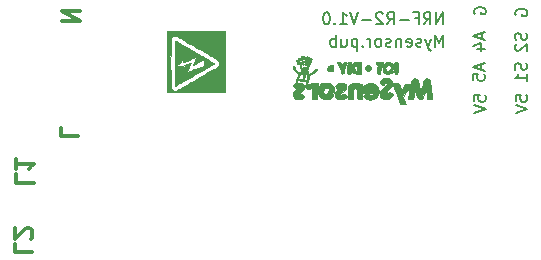
<source format=gbr>
G04 #@! TF.GenerationSoftware,KiCad,Pcbnew,(5.0.2)-1*
G04 #@! TF.CreationDate,2019-05-25T20:09:21+08:00*
G04 #@! TF.ProjectId,2RELAY,3252454c-4159-42e6-9b69-6361645f7063,rev?*
G04 #@! TF.SameCoordinates,Original*
G04 #@! TF.FileFunction,Legend,Bot*
G04 #@! TF.FilePolarity,Positive*
%FSLAX46Y46*%
G04 Gerber Fmt 4.6, Leading zero omitted, Abs format (unit mm)*
G04 Created by KiCad (PCBNEW (5.0.2)-1) date 2019-05-25 20:09:21*
%MOMM*%
%LPD*%
G01*
G04 APERTURE LIST*
%ADD10C,0.200000*%
%ADD11C,0.300000*%
%ADD12C,0.010000*%
G04 APERTURE END LIST*
D10*
X171481500Y-108620583D02*
X171481500Y-108144393D01*
X171957691Y-108096774D01*
X171910072Y-108144393D01*
X171862453Y-108239631D01*
X171862453Y-108477726D01*
X171910072Y-108572964D01*
X171957691Y-108620583D01*
X172052929Y-108668202D01*
X172291024Y-108668202D01*
X172386262Y-108620583D01*
X172433881Y-108572964D01*
X172481500Y-108477726D01*
X172481500Y-108239631D01*
X172433881Y-108144393D01*
X172386262Y-108096774D01*
X171481500Y-108953917D02*
X172481500Y-109287250D01*
X171481500Y-109620583D01*
X172104346Y-105460254D02*
X172104346Y-105936444D01*
X172390060Y-105365016D02*
X171390060Y-105698349D01*
X172390060Y-106031682D01*
X171390060Y-106841206D02*
X171390060Y-106365016D01*
X171866251Y-106317397D01*
X171818632Y-106365016D01*
X171771013Y-106460254D01*
X171771013Y-106698349D01*
X171818632Y-106793587D01*
X171866251Y-106841206D01*
X171961489Y-106888825D01*
X172199584Y-106888825D01*
X172294822Y-106841206D01*
X172342441Y-106793587D01*
X172390060Y-106698349D01*
X172390060Y-106460254D01*
X172342441Y-106365016D01*
X172294822Y-106317397D01*
X172139906Y-102879614D02*
X172139906Y-103355804D01*
X172425620Y-102784376D02*
X171425620Y-103117709D01*
X172425620Y-103451042D01*
X171758954Y-104212947D02*
X172425620Y-104212947D01*
X171378001Y-103974852D02*
X172092287Y-103736757D01*
X172092287Y-104355804D01*
X171534200Y-101237064D02*
X171486580Y-101141826D01*
X171486580Y-100998969D01*
X171534200Y-100856112D01*
X171629438Y-100760874D01*
X171724676Y-100713255D01*
X171915152Y-100665636D01*
X172058009Y-100665636D01*
X172248485Y-100713255D01*
X172343723Y-100760874D01*
X172438961Y-100856112D01*
X172486580Y-100998969D01*
X172486580Y-101094207D01*
X172438961Y-101237064D01*
X172391342Y-101284683D01*
X172058009Y-101284683D01*
X172058009Y-101094207D01*
X175039400Y-101366604D02*
X174991780Y-101271366D01*
X174991780Y-101128509D01*
X175039400Y-100985652D01*
X175134638Y-100890414D01*
X175229876Y-100842795D01*
X175420352Y-100795176D01*
X175563209Y-100795176D01*
X175753685Y-100842795D01*
X175848923Y-100890414D01*
X175944161Y-100985652D01*
X175991780Y-101128509D01*
X175991780Y-101223747D01*
X175944161Y-101366604D01*
X175896542Y-101414223D01*
X175563209Y-101414223D01*
X175563209Y-101223747D01*
X175908601Y-102854855D02*
X175956220Y-102997712D01*
X175956220Y-103235807D01*
X175908601Y-103331045D01*
X175860982Y-103378664D01*
X175765744Y-103426283D01*
X175670506Y-103426283D01*
X175575268Y-103378664D01*
X175527649Y-103331045D01*
X175480030Y-103235807D01*
X175432411Y-103045331D01*
X175384792Y-102950093D01*
X175337173Y-102902474D01*
X175241935Y-102854855D01*
X175146697Y-102854855D01*
X175051459Y-102902474D01*
X175003840Y-102950093D01*
X174956220Y-103045331D01*
X174956220Y-103283426D01*
X175003840Y-103426283D01*
X175051459Y-103807236D02*
X175003840Y-103854855D01*
X174956220Y-103950093D01*
X174956220Y-104188188D01*
X175003840Y-104283426D01*
X175051459Y-104331045D01*
X175146697Y-104378664D01*
X175241935Y-104378664D01*
X175384792Y-104331045D01*
X175956220Y-103759617D01*
X175956220Y-104378664D01*
X175004480Y-108610423D02*
X175004480Y-108134233D01*
X175480671Y-108086614D01*
X175433052Y-108134233D01*
X175385433Y-108229471D01*
X175385433Y-108467566D01*
X175433052Y-108562804D01*
X175480671Y-108610423D01*
X175575909Y-108658042D01*
X175814004Y-108658042D01*
X175909242Y-108610423D01*
X175956861Y-108562804D01*
X176004480Y-108467566D01*
X176004480Y-108229471D01*
X175956861Y-108134233D01*
X175909242Y-108086614D01*
X175004480Y-108943757D02*
X176004480Y-109277090D01*
X175004480Y-109610423D01*
X175900981Y-105407555D02*
X175948600Y-105550412D01*
X175948600Y-105788507D01*
X175900981Y-105883745D01*
X175853362Y-105931364D01*
X175758124Y-105978983D01*
X175662886Y-105978983D01*
X175567648Y-105931364D01*
X175520029Y-105883745D01*
X175472410Y-105788507D01*
X175424791Y-105598031D01*
X175377172Y-105502793D01*
X175329553Y-105455174D01*
X175234315Y-105407555D01*
X175139077Y-105407555D01*
X175043839Y-105455174D01*
X174996220Y-105502793D01*
X174948600Y-105598031D01*
X174948600Y-105836126D01*
X174996220Y-105978983D01*
X175948600Y-106931364D02*
X175948600Y-106359936D01*
X175948600Y-106645650D02*
X174948600Y-106645650D01*
X175091458Y-106550412D01*
X175186696Y-106455174D01*
X175234315Y-106359936D01*
D11*
X132597768Y-120684100D02*
X132597768Y-121398385D01*
X134097768Y-121398385D01*
X133954911Y-120255528D02*
X134026340Y-120184100D01*
X134097768Y-120041242D01*
X134097768Y-119684100D01*
X134026340Y-119541242D01*
X133954911Y-119469814D01*
X133812054Y-119398385D01*
X133669197Y-119398385D01*
X133454911Y-119469814D01*
X132597768Y-120326957D01*
X132597768Y-119398385D01*
D10*
X168847139Y-102108260D02*
X168847139Y-101108260D01*
X168275710Y-102108260D01*
X168275710Y-101108260D01*
X167228091Y-102108260D02*
X167561424Y-101632070D01*
X167799520Y-102108260D02*
X167799520Y-101108260D01*
X167418567Y-101108260D01*
X167323329Y-101155880D01*
X167275710Y-101203499D01*
X167228091Y-101298737D01*
X167228091Y-101441594D01*
X167275710Y-101536832D01*
X167323329Y-101584451D01*
X167418567Y-101632070D01*
X167799520Y-101632070D01*
X166466186Y-101584451D02*
X166799520Y-101584451D01*
X166799520Y-102108260D02*
X166799520Y-101108260D01*
X166323329Y-101108260D01*
X165942377Y-101727308D02*
X165180472Y-101727308D01*
X164132853Y-102108260D02*
X164466186Y-101632070D01*
X164704281Y-102108260D02*
X164704281Y-101108260D01*
X164323329Y-101108260D01*
X164228091Y-101155880D01*
X164180472Y-101203499D01*
X164132853Y-101298737D01*
X164132853Y-101441594D01*
X164180472Y-101536832D01*
X164228091Y-101584451D01*
X164323329Y-101632070D01*
X164704281Y-101632070D01*
X163751900Y-101203499D02*
X163704281Y-101155880D01*
X163609043Y-101108260D01*
X163370948Y-101108260D01*
X163275710Y-101155880D01*
X163228091Y-101203499D01*
X163180472Y-101298737D01*
X163180472Y-101393975D01*
X163228091Y-101536832D01*
X163799520Y-102108260D01*
X163180472Y-102108260D01*
X162751900Y-101727308D02*
X161989996Y-101727308D01*
X161656662Y-101108260D02*
X161323329Y-102108260D01*
X160989996Y-101108260D01*
X160132853Y-102108260D02*
X160704281Y-102108260D01*
X160418567Y-102108260D02*
X160418567Y-101108260D01*
X160513805Y-101251118D01*
X160609043Y-101346356D01*
X160704281Y-101393975D01*
X159704281Y-102013022D02*
X159656662Y-102060641D01*
X159704281Y-102108260D01*
X159751900Y-102060641D01*
X159704281Y-102013022D01*
X159704281Y-102108260D01*
X159037615Y-101108260D02*
X158942377Y-101108260D01*
X158847139Y-101155880D01*
X158799520Y-101203499D01*
X158751900Y-101298737D01*
X158704281Y-101489213D01*
X158704281Y-101727308D01*
X158751900Y-101917784D01*
X158799520Y-102013022D01*
X158847139Y-102060641D01*
X158942377Y-102108260D01*
X159037615Y-102108260D01*
X159132853Y-102060641D01*
X159180472Y-102013022D01*
X159228091Y-101917784D01*
X159275710Y-101727308D01*
X159275710Y-101489213D01*
X159228091Y-101298737D01*
X159180472Y-101203499D01*
X159132853Y-101155880D01*
X159037615Y-101108260D01*
X168886544Y-104015800D02*
X168886544Y-103015800D01*
X168553211Y-103730086D01*
X168219878Y-103015800D01*
X168219878Y-104015800D01*
X167838925Y-103349134D02*
X167600830Y-104015800D01*
X167362735Y-103349134D02*
X167600830Y-104015800D01*
X167696068Y-104253896D01*
X167743687Y-104301515D01*
X167838925Y-104349134D01*
X167029401Y-103968181D02*
X166934163Y-104015800D01*
X166743687Y-104015800D01*
X166648449Y-103968181D01*
X166600830Y-103872943D01*
X166600830Y-103825324D01*
X166648449Y-103730086D01*
X166743687Y-103682467D01*
X166886544Y-103682467D01*
X166981782Y-103634848D01*
X167029401Y-103539610D01*
X167029401Y-103491991D01*
X166981782Y-103396753D01*
X166886544Y-103349134D01*
X166743687Y-103349134D01*
X166648449Y-103396753D01*
X165791306Y-103968181D02*
X165886544Y-104015800D01*
X166077020Y-104015800D01*
X166172259Y-103968181D01*
X166219878Y-103872943D01*
X166219878Y-103491991D01*
X166172259Y-103396753D01*
X166077020Y-103349134D01*
X165886544Y-103349134D01*
X165791306Y-103396753D01*
X165743687Y-103491991D01*
X165743687Y-103587229D01*
X166219878Y-103682467D01*
X165315116Y-103349134D02*
X165315116Y-104015800D01*
X165315116Y-103444372D02*
X165267497Y-103396753D01*
X165172259Y-103349134D01*
X165029401Y-103349134D01*
X164934163Y-103396753D01*
X164886544Y-103491991D01*
X164886544Y-104015800D01*
X164457973Y-103968181D02*
X164362735Y-104015800D01*
X164172259Y-104015800D01*
X164077020Y-103968181D01*
X164029401Y-103872943D01*
X164029401Y-103825324D01*
X164077020Y-103730086D01*
X164172259Y-103682467D01*
X164315116Y-103682467D01*
X164410354Y-103634848D01*
X164457973Y-103539610D01*
X164457973Y-103491991D01*
X164410354Y-103396753D01*
X164315116Y-103349134D01*
X164172259Y-103349134D01*
X164077020Y-103396753D01*
X163457973Y-104015800D02*
X163553211Y-103968181D01*
X163600830Y-103920562D01*
X163648449Y-103825324D01*
X163648449Y-103539610D01*
X163600830Y-103444372D01*
X163553211Y-103396753D01*
X163457973Y-103349134D01*
X163315116Y-103349134D01*
X163219878Y-103396753D01*
X163172259Y-103444372D01*
X163124640Y-103539610D01*
X163124640Y-103825324D01*
X163172259Y-103920562D01*
X163219878Y-103968181D01*
X163315116Y-104015800D01*
X163457973Y-104015800D01*
X162696068Y-104015800D02*
X162696068Y-103349134D01*
X162696068Y-103539610D02*
X162648449Y-103444372D01*
X162600830Y-103396753D01*
X162505592Y-103349134D01*
X162410354Y-103349134D01*
X162077020Y-103920562D02*
X162029401Y-103968181D01*
X162077020Y-104015800D01*
X162124640Y-103968181D01*
X162077020Y-103920562D01*
X162077020Y-104015800D01*
X161600830Y-103349134D02*
X161600830Y-104349134D01*
X161600830Y-103396753D02*
X161505592Y-103349134D01*
X161315116Y-103349134D01*
X161219878Y-103396753D01*
X161172259Y-103444372D01*
X161124640Y-103539610D01*
X161124640Y-103825324D01*
X161172259Y-103920562D01*
X161219878Y-103968181D01*
X161315116Y-104015800D01*
X161505592Y-104015800D01*
X161600830Y-103968181D01*
X160267497Y-103349134D02*
X160267497Y-104015800D01*
X160696068Y-103349134D02*
X160696068Y-103872943D01*
X160648449Y-103968181D01*
X160553211Y-104015800D01*
X160410354Y-104015800D01*
X160315116Y-103968181D01*
X160267497Y-103920562D01*
X159791306Y-104015800D02*
X159791306Y-103015800D01*
X159791306Y-103396753D02*
X159696068Y-103349134D01*
X159505592Y-103349134D01*
X159410354Y-103396753D01*
X159362735Y-103444372D01*
X159315116Y-103539610D01*
X159315116Y-103825324D01*
X159362735Y-103920562D01*
X159410354Y-103968181D01*
X159505592Y-104015800D01*
X159696068Y-104015800D01*
X159791306Y-103968181D01*
D11*
X138145911Y-101016488D02*
X136645911Y-101016488D01*
X138145911Y-101873631D01*
X136645911Y-101873631D01*
X136496668Y-110871534D02*
X136496668Y-111585820D01*
X137996668Y-111585820D01*
X132712068Y-114816700D02*
X132712068Y-115530985D01*
X134212068Y-115530985D01*
X132712068Y-113530985D02*
X132712068Y-114388128D01*
X132712068Y-113959557D02*
X134212068Y-113959557D01*
X133997782Y-114102414D01*
X133854925Y-114245271D01*
X133783497Y-114388128D01*
D12*
G04 #@! TO.C,G\002A\002A\002A*
G36*
X156950856Y-105449517D02*
X156949140Y-105463636D01*
X156994090Y-105520989D01*
X157008210Y-105522705D01*
X157065563Y-105477755D01*
X157067279Y-105463636D01*
X157022329Y-105406282D01*
X157008210Y-105404566D01*
X156950856Y-105449517D01*
X156950856Y-105449517D01*
G37*
X156950856Y-105449517D02*
X156949140Y-105463636D01*
X156994090Y-105520989D01*
X157008210Y-105522705D01*
X157065563Y-105477755D01*
X157067279Y-105463636D01*
X157022329Y-105406282D01*
X157008210Y-105404566D01*
X156950856Y-105449517D01*
G36*
X159363616Y-105603926D02*
X159218786Y-105629887D01*
X159127823Y-105640843D01*
X159127337Y-105640845D01*
X159093168Y-105692795D01*
X159076095Y-105820528D01*
X159075651Y-105847589D01*
X159082804Y-105979960D01*
X159126971Y-106038787D01*
X159242210Y-106053871D01*
X159311930Y-106054333D01*
X159548210Y-106054333D01*
X159548210Y-105810671D01*
X159543556Y-105657347D01*
X159512673Y-105593731D01*
X159430179Y-105591394D01*
X159363616Y-105603926D01*
X159363616Y-105603926D01*
G37*
X159363616Y-105603926D02*
X159218786Y-105629887D01*
X159127823Y-105640843D01*
X159127337Y-105640845D01*
X159093168Y-105692795D01*
X159076095Y-105820528D01*
X159075651Y-105847589D01*
X159082804Y-105979960D01*
X159126971Y-106038787D01*
X159242210Y-106053871D01*
X159311930Y-106054333D01*
X159548210Y-106054333D01*
X159548210Y-105810671D01*
X159543556Y-105657347D01*
X159512673Y-105593731D01*
X159430179Y-105591394D01*
X159363616Y-105603926D01*
G36*
X162412462Y-105553515D02*
X162383558Y-105611310D01*
X162351662Y-105689918D01*
X162324489Y-105699915D01*
X162272009Y-105742966D01*
X162276056Y-105841740D01*
X162332357Y-105950663D01*
X162349804Y-105969948D01*
X162494870Y-106045194D01*
X162649135Y-106022949D01*
X162723210Y-105965975D01*
X162783588Y-105856263D01*
X162791998Y-105752288D01*
X162745865Y-105700446D01*
X162737977Y-105699915D01*
X162685571Y-105652071D01*
X162678907Y-105611310D01*
X162627558Y-105540047D01*
X162531233Y-105522705D01*
X162412462Y-105553515D01*
X162412462Y-105553515D01*
G37*
X162412462Y-105553515D02*
X162383558Y-105611310D01*
X162351662Y-105689918D01*
X162324489Y-105699915D01*
X162272009Y-105742966D01*
X162276056Y-105841740D01*
X162332357Y-105950663D01*
X162349804Y-105969948D01*
X162494870Y-106045194D01*
X162649135Y-106022949D01*
X162723210Y-105965975D01*
X162783588Y-105856263D01*
X162791998Y-105752288D01*
X162745865Y-105700446D01*
X162737977Y-105699915D01*
X162685571Y-105652071D01*
X162678907Y-105611310D01*
X162627558Y-105540047D01*
X162531233Y-105522705D01*
X162412462Y-105553515D01*
G36*
X160450033Y-105339720D02*
X160393546Y-105418121D01*
X160334782Y-105549815D01*
X160264301Y-105418121D01*
X160179814Y-105333599D01*
X160063794Y-105288990D01*
X159958272Y-105291052D01*
X159905283Y-105346545D01*
X159904472Y-105360264D01*
X159934759Y-105451868D01*
X160009175Y-105597990D01*
X160051843Y-105670380D01*
X160142176Y-105858603D01*
X160193361Y-106045796D01*
X160197674Y-106098636D01*
X160211819Y-106232789D01*
X160269856Y-106284695D01*
X160333790Y-106290612D01*
X160424103Y-106275920D01*
X160453739Y-106208861D01*
X160446102Y-106089310D01*
X160459032Y-105895512D01*
X160555490Y-105693254D01*
X160576103Y-105662110D01*
X160690525Y-105471567D01*
X160721228Y-105353110D01*
X160668641Y-105295901D01*
X160590957Y-105286426D01*
X160450033Y-105339720D01*
X160450033Y-105339720D01*
G37*
X160450033Y-105339720D02*
X160393546Y-105418121D01*
X160334782Y-105549815D01*
X160264301Y-105418121D01*
X160179814Y-105333599D01*
X160063794Y-105288990D01*
X159958272Y-105291052D01*
X159905283Y-105346545D01*
X159904472Y-105360264D01*
X159934759Y-105451868D01*
X160009175Y-105597990D01*
X160051843Y-105670380D01*
X160142176Y-105858603D01*
X160193361Y-106045796D01*
X160197674Y-106098636D01*
X160211819Y-106232789D01*
X160269856Y-106284695D01*
X160333790Y-106290612D01*
X160424103Y-106275920D01*
X160453739Y-106208861D01*
X160446102Y-106089310D01*
X160459032Y-105895512D01*
X160555490Y-105693254D01*
X160576103Y-105662110D01*
X160690525Y-105471567D01*
X160721228Y-105353110D01*
X160668641Y-105295901D01*
X160590957Y-105286426D01*
X160450033Y-105339720D01*
G36*
X164822513Y-105291036D02*
X164778869Y-105320460D01*
X164756214Y-105398086D01*
X164747667Y-105547305D01*
X164746349Y-105788519D01*
X164747705Y-106031656D01*
X164756359Y-106180044D01*
X164779190Y-106257073D01*
X164823078Y-106286132D01*
X164894023Y-106290612D01*
X164965534Y-106286002D01*
X165009178Y-106256579D01*
X165031833Y-106178953D01*
X165040380Y-106029734D01*
X165041698Y-105788519D01*
X165040342Y-105545383D01*
X165031688Y-105396995D01*
X165008857Y-105319966D01*
X164964969Y-105290907D01*
X164894023Y-105286426D01*
X164822513Y-105291036D01*
X164822513Y-105291036D01*
G37*
X164822513Y-105291036D02*
X164778869Y-105320460D01*
X164756214Y-105398086D01*
X164747667Y-105547305D01*
X164746349Y-105788519D01*
X164747705Y-106031656D01*
X164756359Y-106180044D01*
X164779190Y-106257073D01*
X164823078Y-106286132D01*
X164894023Y-106290612D01*
X164965534Y-106286002D01*
X165009178Y-106256579D01*
X165031833Y-106178953D01*
X165040380Y-106029734D01*
X165041698Y-105788519D01*
X165040342Y-105545383D01*
X165031688Y-105396995D01*
X165008857Y-105319966D01*
X164964969Y-105290907D01*
X164894023Y-105286426D01*
X164822513Y-105291036D01*
G36*
X160866885Y-105297175D02*
X160819745Y-105347415D01*
X160790167Y-105464143D01*
X160767555Y-105649510D01*
X160739885Y-105930352D01*
X160730104Y-106114296D01*
X160742658Y-106221814D01*
X160781995Y-106273380D01*
X160852563Y-106289469D01*
X160906814Y-106290612D01*
X161035530Y-106272855D01*
X161081530Y-106204546D01*
X161084023Y-106165929D01*
X161084023Y-106041245D01*
X161187396Y-106167519D01*
X161326140Y-106266322D01*
X161555954Y-106324180D01*
X161600884Y-106329966D01*
X161911000Y-106366138D01*
X161911000Y-105818054D01*
X161615651Y-105818054D01*
X161592745Y-105990136D01*
X161527288Y-106056511D01*
X161424174Y-106013575D01*
X161391186Y-105983450D01*
X161324433Y-105849352D01*
X161355960Y-105714013D01*
X161434559Y-105642923D01*
X161544245Y-105593043D01*
X161597427Y-105611370D01*
X161614399Y-105717530D01*
X161615651Y-105818054D01*
X161911000Y-105818054D01*
X161911000Y-105294730D01*
X161607748Y-105308661D01*
X161398382Y-105332549D01*
X161264801Y-105390125D01*
X161194259Y-105458728D01*
X161084023Y-105594863D01*
X161084023Y-105440645D01*
X161061333Y-105324310D01*
X160973124Y-105287264D01*
X160944764Y-105286426D01*
X160866885Y-105297175D01*
X160866885Y-105297175D01*
G37*
X160866885Y-105297175D02*
X160819745Y-105347415D01*
X160790167Y-105464143D01*
X160767555Y-105649510D01*
X160739885Y-105930352D01*
X160730104Y-106114296D01*
X160742658Y-106221814D01*
X160781995Y-106273380D01*
X160852563Y-106289469D01*
X160906814Y-106290612D01*
X161035530Y-106272855D01*
X161081530Y-106204546D01*
X161084023Y-106165929D01*
X161084023Y-106041245D01*
X161187396Y-106167519D01*
X161326140Y-106266322D01*
X161555954Y-106324180D01*
X161600884Y-106329966D01*
X161911000Y-106366138D01*
X161911000Y-105818054D01*
X161615651Y-105818054D01*
X161592745Y-105990136D01*
X161527288Y-106056511D01*
X161424174Y-106013575D01*
X161391186Y-105983450D01*
X161324433Y-105849352D01*
X161355960Y-105714013D01*
X161434559Y-105642923D01*
X161544245Y-105593043D01*
X161597427Y-105611370D01*
X161614399Y-105717530D01*
X161615651Y-105818054D01*
X161911000Y-105818054D01*
X161911000Y-105294730D01*
X161607748Y-105308661D01*
X161398382Y-105332549D01*
X161264801Y-105390125D01*
X161194259Y-105458728D01*
X161084023Y-105594863D01*
X161084023Y-105440645D01*
X161061333Y-105324310D01*
X160973124Y-105287264D01*
X160944764Y-105286426D01*
X160866885Y-105297175D01*
G36*
X163287783Y-105291951D02*
X163189576Y-105314840D01*
X163154210Y-105364563D01*
X163151465Y-105398246D01*
X163196479Y-105509895D01*
X163248203Y-105547188D01*
X163303312Y-105590446D01*
X163324379Y-105683407D01*
X163316637Y-105855899D01*
X163311521Y-105908121D01*
X163297793Y-106101600D01*
X163311867Y-106212375D01*
X163360454Y-106273981D01*
X163388109Y-106290808D01*
X163488626Y-106336905D01*
X163541392Y-106323210D01*
X163561725Y-106229662D01*
X163564954Y-106059165D01*
X163571982Y-105868601D01*
X163589791Y-105718036D01*
X163600808Y-105675211D01*
X163656899Y-105587021D01*
X163706089Y-105605423D01*
X163737032Y-105718952D01*
X163742163Y-105818054D01*
X163783932Y-106057270D01*
X163909238Y-106212949D01*
X164118081Y-106285091D01*
X164214721Y-106290612D01*
X164451765Y-106251155D01*
X164605136Y-106129911D01*
X164678925Y-105922568D01*
X164687279Y-105792807D01*
X164678942Y-105692867D01*
X164438609Y-105692867D01*
X164429356Y-105850868D01*
X164389852Y-105940077D01*
X164281968Y-106037651D01*
X164142161Y-106041169D01*
X164049326Y-105983450D01*
X163987936Y-105856129D01*
X164013177Y-105721544D01*
X164100872Y-105612472D01*
X164226847Y-105561690D01*
X164341993Y-105586663D01*
X164438609Y-105692867D01*
X164678942Y-105692867D01*
X164671670Y-105605701D01*
X164611007Y-105483016D01*
X164531639Y-105408853D01*
X164314986Y-105303242D01*
X164089079Y-105305726D01*
X163932516Y-105378381D01*
X163837699Y-105437313D01*
X163804560Y-105423443D01*
X163801233Y-105378381D01*
X163774925Y-105323438D01*
X163680201Y-105295032D01*
X163493364Y-105286457D01*
X163476349Y-105286426D01*
X163287783Y-105291951D01*
X163287783Y-105291951D01*
G37*
X163287783Y-105291951D02*
X163189576Y-105314840D01*
X163154210Y-105364563D01*
X163151465Y-105398246D01*
X163196479Y-105509895D01*
X163248203Y-105547188D01*
X163303312Y-105590446D01*
X163324379Y-105683407D01*
X163316637Y-105855899D01*
X163311521Y-105908121D01*
X163297793Y-106101600D01*
X163311867Y-106212375D01*
X163360454Y-106273981D01*
X163388109Y-106290808D01*
X163488626Y-106336905D01*
X163541392Y-106323210D01*
X163561725Y-106229662D01*
X163564954Y-106059165D01*
X163571982Y-105868601D01*
X163589791Y-105718036D01*
X163600808Y-105675211D01*
X163656899Y-105587021D01*
X163706089Y-105605423D01*
X163737032Y-105718952D01*
X163742163Y-105818054D01*
X163783932Y-106057270D01*
X163909238Y-106212949D01*
X164118081Y-106285091D01*
X164214721Y-106290612D01*
X164451765Y-106251155D01*
X164605136Y-106129911D01*
X164678925Y-105922568D01*
X164687279Y-105792807D01*
X164678942Y-105692867D01*
X164438609Y-105692867D01*
X164429356Y-105850868D01*
X164389852Y-105940077D01*
X164281968Y-106037651D01*
X164142161Y-106041169D01*
X164049326Y-105983450D01*
X163987936Y-105856129D01*
X164013177Y-105721544D01*
X164100872Y-105612472D01*
X164226847Y-105561690D01*
X164341993Y-105586663D01*
X164438609Y-105692867D01*
X164678942Y-105692867D01*
X164671670Y-105605701D01*
X164611007Y-105483016D01*
X164531639Y-105408853D01*
X164314986Y-105303242D01*
X164089079Y-105305726D01*
X163932516Y-105378381D01*
X163837699Y-105437313D01*
X163804560Y-105423443D01*
X163801233Y-105378381D01*
X163774925Y-105323438D01*
X163680201Y-105295032D01*
X163493364Y-105286457D01*
X163476349Y-105286426D01*
X163287783Y-105291951D01*
G36*
X156822437Y-104831814D02*
X156800682Y-104875407D01*
X156739652Y-104962853D01*
X156640091Y-104957195D01*
X156552797Y-104944528D01*
X156549844Y-105001301D01*
X156554397Y-105013796D01*
X156550974Y-105094939D01*
X156504263Y-105109217D01*
X156426852Y-105141705D01*
X156417512Y-105168287D01*
X156458402Y-105225680D01*
X156471052Y-105227357D01*
X156502555Y-105273988D01*
X156495827Y-105337350D01*
X156517164Y-105440679D01*
X156607078Y-105503205D01*
X156716215Y-105491074D01*
X156718191Y-105489876D01*
X156753220Y-105518504D01*
X156771270Y-105631503D01*
X156771930Y-105663408D01*
X156787002Y-105811524D01*
X156823880Y-105901179D01*
X156829791Y-105905911D01*
X156852035Y-105973817D01*
X156806927Y-106068574D01*
X156723053Y-106148096D01*
X156648737Y-106172473D01*
X156538735Y-106127641D01*
X156419481Y-106022828D01*
X156336821Y-105902556D01*
X156323931Y-105857033D01*
X156310546Y-105732914D01*
X156308369Y-105714682D01*
X156260273Y-105648755D01*
X156179765Y-105651190D01*
X156125012Y-105714505D01*
X156122163Y-105738641D01*
X156163162Y-105863797D01*
X156264050Y-106019406D01*
X156391665Y-106163131D01*
X156512843Y-106252637D01*
X156529989Y-106259280D01*
X156601978Y-106293953D01*
X156606179Y-106356113D01*
X156556145Y-106468198D01*
X156486565Y-106649906D01*
X156435842Y-106853952D01*
X156434055Y-106864723D01*
X156383086Y-107031970D01*
X156304091Y-107153431D01*
X156289799Y-107165241D01*
X156193368Y-107277269D01*
X156212032Y-107399895D01*
X156300594Y-107502648D01*
X156419955Y-107610668D01*
X156271059Y-107766082D01*
X156147529Y-107948613D01*
X156139557Y-108128498D01*
X156244590Y-108320553D01*
X156393059Y-108444800D01*
X156565628Y-108476194D01*
X156806651Y-108450504D01*
X156987325Y-108381935D01*
X157092235Y-108283234D01*
X157105971Y-108167151D01*
X157048004Y-108077184D01*
X156958167Y-108016565D01*
X156850482Y-108031477D01*
X156796014Y-108054441D01*
X156659276Y-108103181D01*
X156616577Y-108083261D01*
X156667425Y-107996875D01*
X156811324Y-107846214D01*
X156851483Y-107808323D01*
X156994766Y-107663600D01*
X157094201Y-107541583D01*
X157116507Y-107495974D01*
X156636268Y-107495974D01*
X156594721Y-107531078D01*
X156500468Y-107584205D01*
X156487911Y-107564196D01*
X156506116Y-107531078D01*
X156592383Y-107474916D01*
X156612975Y-107472912D01*
X156636268Y-107495974D01*
X157116507Y-107495974D01*
X157126349Y-107475853D01*
X157151567Y-107436866D01*
X157239967Y-107474520D01*
X157273763Y-107495940D01*
X157460945Y-107562913D01*
X157568224Y-107555623D01*
X157681903Y-107548501D01*
X157750750Y-107620238D01*
X157778066Y-107683880D01*
X157809468Y-107852398D01*
X157809867Y-108077466D01*
X157801683Y-108162619D01*
X157762504Y-108476194D01*
X157972568Y-108476194D01*
X158117657Y-108464971D01*
X158200813Y-108437407D01*
X158205262Y-108431892D01*
X158215870Y-108357852D01*
X158226895Y-108192187D01*
X158236862Y-107961396D01*
X158242882Y-107756224D01*
X158257873Y-107124859D01*
X157782345Y-107123814D01*
X157513989Y-107130289D01*
X157339410Y-107153702D01*
X157234975Y-107197910D01*
X157212907Y-107216679D01*
X157136578Y-107275239D01*
X157076195Y-107244767D01*
X157030719Y-107184554D01*
X156917220Y-107089869D01*
X156736011Y-107058714D01*
X156715041Y-107058519D01*
X156569183Y-107050844D01*
X156513215Y-107016283D01*
X156519279Y-106937539D01*
X156519410Y-106937039D01*
X156572619Y-106850650D01*
X156646787Y-106858482D01*
X156764426Y-106891445D01*
X156939656Y-106920677D01*
X156993442Y-106926840D01*
X157146761Y-106953505D01*
X157235588Y-106990498D01*
X157244489Y-107005398D01*
X157291879Y-107053663D01*
X157325710Y-107058519D01*
X157391072Y-107004772D01*
X157444554Y-106864785D01*
X157476219Y-106670444D01*
X157480737Y-106561648D01*
X157361609Y-106561648D01*
X157350721Y-106703380D01*
X157323248Y-106782861D01*
X157236789Y-106816214D01*
X157170880Y-106822240D01*
X157096696Y-106805059D01*
X157082001Y-106731484D01*
X157099323Y-106633610D01*
X157154323Y-106472655D01*
X157219956Y-106371971D01*
X157060330Y-106371971D01*
X157047156Y-106428351D01*
X157012835Y-106583619D01*
X157008210Y-106649862D01*
X156977319Y-106734054D01*
X156866193Y-106762560D01*
X156834486Y-106763171D01*
X156698013Y-106744882D01*
X156624102Y-106703852D01*
X156628809Y-106621124D01*
X156682966Y-106480228D01*
X156721026Y-106406852D01*
X156804163Y-106266664D01*
X156854625Y-106217922D01*
X156894799Y-106247551D01*
X156919713Y-106290814D01*
X156987347Y-106367204D01*
X157035458Y-106366302D01*
X157060330Y-106371971D01*
X157219956Y-106371971D01*
X157228437Y-106358961D01*
X157300921Y-106320053D01*
X157326061Y-106332805D01*
X157353511Y-106418468D01*
X157361609Y-106561648D01*
X157480737Y-106561648D01*
X157480768Y-106560909D01*
X157525489Y-106446140D01*
X157670833Y-106360880D01*
X157672744Y-106360157D01*
X157852483Y-106273108D01*
X158012764Y-106163005D01*
X158127318Y-106052165D01*
X158169873Y-105962905D01*
X158164114Y-105942738D01*
X158082959Y-105883349D01*
X157994102Y-105891848D01*
X157953326Y-105961441D01*
X157905669Y-106060746D01*
X157790913Y-106171030D01*
X157651379Y-106258728D01*
X157538275Y-106290612D01*
X157446960Y-106240225D01*
X157393390Y-106118391D01*
X157393284Y-106113403D01*
X157126349Y-106113403D01*
X157106195Y-106170937D01*
X157100300Y-106172473D01*
X157049868Y-106131081D01*
X157037744Y-106113403D01*
X157042428Y-106058971D01*
X157063793Y-106054333D01*
X157123945Y-106097213D01*
X157126349Y-106113403D01*
X157393284Y-106113403D01*
X157390202Y-105969107D01*
X157420268Y-105879795D01*
X157468307Y-105730334D01*
X157480768Y-105615193D01*
X157490838Y-105574542D01*
X157362628Y-105574542D01*
X157333040Y-105669917D01*
X157230763Y-105711518D01*
X157047527Y-105709087D01*
X156967494Y-105726607D01*
X156968730Y-105780341D01*
X157035695Y-105838788D01*
X157125784Y-105867720D01*
X157213632Y-105892812D01*
X157191592Y-105932179D01*
X157183410Y-105937435D01*
X157061853Y-105952618D01*
X156938798Y-105883918D01*
X156862149Y-105764071D01*
X156848497Y-105619543D01*
X156864553Y-105498194D01*
X156908721Y-105395113D01*
X156997240Y-105354317D01*
X157117985Y-105350160D01*
X157237186Y-105359851D01*
X157269944Y-105378271D01*
X157259256Y-105384617D01*
X157192978Y-105462324D01*
X157185419Y-105505326D01*
X157201345Y-105563974D01*
X157266947Y-105528520D01*
X157274023Y-105522705D01*
X157341917Y-105484658D01*
X157362142Y-105545884D01*
X157362628Y-105574542D01*
X157490838Y-105574542D01*
X157510909Y-105493519D01*
X157569372Y-105463636D01*
X157641443Y-105414015D01*
X157657977Y-105341613D01*
X157681007Y-105213582D01*
X157515079Y-105213582D01*
X157507184Y-105232402D01*
X157435472Y-105261668D01*
X157416653Y-105253773D01*
X157387387Y-105182061D01*
X157391814Y-105171505D01*
X157303558Y-105171505D01*
X157252022Y-105216524D01*
X157126349Y-105214757D01*
X157002759Y-105209304D01*
X156949202Y-105232084D01*
X156949140Y-105233256D01*
X156900627Y-105283611D01*
X156845768Y-105304778D01*
X156750845Y-105331007D01*
X156727628Y-105338644D01*
X156714552Y-105297158D01*
X156712861Y-105256892D01*
X156757980Y-105178530D01*
X156797246Y-105168287D01*
X156906372Y-105129391D01*
X156968589Y-105081329D01*
X157046914Y-105024516D01*
X157111331Y-105062236D01*
X157127176Y-105080679D01*
X157210007Y-105137975D01*
X157251182Y-105134615D01*
X157299495Y-105147342D01*
X157303558Y-105171505D01*
X157391814Y-105171505D01*
X157395281Y-105163242D01*
X157466993Y-105133976D01*
X157485813Y-105141870D01*
X157515079Y-105213582D01*
X157681007Y-105213582D01*
X157686410Y-105183550D01*
X157715858Y-105111439D01*
X157738490Y-105028353D01*
X157673609Y-104980463D01*
X157613077Y-104962965D01*
X157478668Y-104909950D01*
X157407522Y-104853487D01*
X157353829Y-104818149D01*
X157313112Y-104860967D01*
X157258267Y-104903958D01*
X157187739Y-104846199D01*
X157065785Y-104766826D01*
X156928191Y-104763225D01*
X156822437Y-104831814D01*
X156822437Y-104831814D01*
G37*
X156822437Y-104831814D02*
X156800682Y-104875407D01*
X156739652Y-104962853D01*
X156640091Y-104957195D01*
X156552797Y-104944528D01*
X156549844Y-105001301D01*
X156554397Y-105013796D01*
X156550974Y-105094939D01*
X156504263Y-105109217D01*
X156426852Y-105141705D01*
X156417512Y-105168287D01*
X156458402Y-105225680D01*
X156471052Y-105227357D01*
X156502555Y-105273988D01*
X156495827Y-105337350D01*
X156517164Y-105440679D01*
X156607078Y-105503205D01*
X156716215Y-105491074D01*
X156718191Y-105489876D01*
X156753220Y-105518504D01*
X156771270Y-105631503D01*
X156771930Y-105663408D01*
X156787002Y-105811524D01*
X156823880Y-105901179D01*
X156829791Y-105905911D01*
X156852035Y-105973817D01*
X156806927Y-106068574D01*
X156723053Y-106148096D01*
X156648737Y-106172473D01*
X156538735Y-106127641D01*
X156419481Y-106022828D01*
X156336821Y-105902556D01*
X156323931Y-105857033D01*
X156310546Y-105732914D01*
X156308369Y-105714682D01*
X156260273Y-105648755D01*
X156179765Y-105651190D01*
X156125012Y-105714505D01*
X156122163Y-105738641D01*
X156163162Y-105863797D01*
X156264050Y-106019406D01*
X156391665Y-106163131D01*
X156512843Y-106252637D01*
X156529989Y-106259280D01*
X156601978Y-106293953D01*
X156606179Y-106356113D01*
X156556145Y-106468198D01*
X156486565Y-106649906D01*
X156435842Y-106853952D01*
X156434055Y-106864723D01*
X156383086Y-107031970D01*
X156304091Y-107153431D01*
X156289799Y-107165241D01*
X156193368Y-107277269D01*
X156212032Y-107399895D01*
X156300594Y-107502648D01*
X156419955Y-107610668D01*
X156271059Y-107766082D01*
X156147529Y-107948613D01*
X156139557Y-108128498D01*
X156244590Y-108320553D01*
X156393059Y-108444800D01*
X156565628Y-108476194D01*
X156806651Y-108450504D01*
X156987325Y-108381935D01*
X157092235Y-108283234D01*
X157105971Y-108167151D01*
X157048004Y-108077184D01*
X156958167Y-108016565D01*
X156850482Y-108031477D01*
X156796014Y-108054441D01*
X156659276Y-108103181D01*
X156616577Y-108083261D01*
X156667425Y-107996875D01*
X156811324Y-107846214D01*
X156851483Y-107808323D01*
X156994766Y-107663600D01*
X157094201Y-107541583D01*
X157116507Y-107495974D01*
X156636268Y-107495974D01*
X156594721Y-107531078D01*
X156500468Y-107584205D01*
X156487911Y-107564196D01*
X156506116Y-107531078D01*
X156592383Y-107474916D01*
X156612975Y-107472912D01*
X156636268Y-107495974D01*
X157116507Y-107495974D01*
X157126349Y-107475853D01*
X157151567Y-107436866D01*
X157239967Y-107474520D01*
X157273763Y-107495940D01*
X157460945Y-107562913D01*
X157568224Y-107555623D01*
X157681903Y-107548501D01*
X157750750Y-107620238D01*
X157778066Y-107683880D01*
X157809468Y-107852398D01*
X157809867Y-108077466D01*
X157801683Y-108162619D01*
X157762504Y-108476194D01*
X157972568Y-108476194D01*
X158117657Y-108464971D01*
X158200813Y-108437407D01*
X158205262Y-108431892D01*
X158215870Y-108357852D01*
X158226895Y-108192187D01*
X158236862Y-107961396D01*
X158242882Y-107756224D01*
X158257873Y-107124859D01*
X157782345Y-107123814D01*
X157513989Y-107130289D01*
X157339410Y-107153702D01*
X157234975Y-107197910D01*
X157212907Y-107216679D01*
X157136578Y-107275239D01*
X157076195Y-107244767D01*
X157030719Y-107184554D01*
X156917220Y-107089869D01*
X156736011Y-107058714D01*
X156715041Y-107058519D01*
X156569183Y-107050844D01*
X156513215Y-107016283D01*
X156519279Y-106937539D01*
X156519410Y-106937039D01*
X156572619Y-106850650D01*
X156646787Y-106858482D01*
X156764426Y-106891445D01*
X156939656Y-106920677D01*
X156993442Y-106926840D01*
X157146761Y-106953505D01*
X157235588Y-106990498D01*
X157244489Y-107005398D01*
X157291879Y-107053663D01*
X157325710Y-107058519D01*
X157391072Y-107004772D01*
X157444554Y-106864785D01*
X157476219Y-106670444D01*
X157480737Y-106561648D01*
X157361609Y-106561648D01*
X157350721Y-106703380D01*
X157323248Y-106782861D01*
X157236789Y-106816214D01*
X157170880Y-106822240D01*
X157096696Y-106805059D01*
X157082001Y-106731484D01*
X157099323Y-106633610D01*
X157154323Y-106472655D01*
X157219956Y-106371971D01*
X157060330Y-106371971D01*
X157047156Y-106428351D01*
X157012835Y-106583619D01*
X157008210Y-106649862D01*
X156977319Y-106734054D01*
X156866193Y-106762560D01*
X156834486Y-106763171D01*
X156698013Y-106744882D01*
X156624102Y-106703852D01*
X156628809Y-106621124D01*
X156682966Y-106480228D01*
X156721026Y-106406852D01*
X156804163Y-106266664D01*
X156854625Y-106217922D01*
X156894799Y-106247551D01*
X156919713Y-106290814D01*
X156987347Y-106367204D01*
X157035458Y-106366302D01*
X157060330Y-106371971D01*
X157219956Y-106371971D01*
X157228437Y-106358961D01*
X157300921Y-106320053D01*
X157326061Y-106332805D01*
X157353511Y-106418468D01*
X157361609Y-106561648D01*
X157480737Y-106561648D01*
X157480768Y-106560909D01*
X157525489Y-106446140D01*
X157670833Y-106360880D01*
X157672744Y-106360157D01*
X157852483Y-106273108D01*
X158012764Y-106163005D01*
X158127318Y-106052165D01*
X158169873Y-105962905D01*
X158164114Y-105942738D01*
X158082959Y-105883349D01*
X157994102Y-105891848D01*
X157953326Y-105961441D01*
X157905669Y-106060746D01*
X157790913Y-106171030D01*
X157651379Y-106258728D01*
X157538275Y-106290612D01*
X157446960Y-106240225D01*
X157393390Y-106118391D01*
X157393284Y-106113403D01*
X157126349Y-106113403D01*
X157106195Y-106170937D01*
X157100300Y-106172473D01*
X157049868Y-106131081D01*
X157037744Y-106113403D01*
X157042428Y-106058971D01*
X157063793Y-106054333D01*
X157123945Y-106097213D01*
X157126349Y-106113403D01*
X157393284Y-106113403D01*
X157390202Y-105969107D01*
X157420268Y-105879795D01*
X157468307Y-105730334D01*
X157480768Y-105615193D01*
X157490838Y-105574542D01*
X157362628Y-105574542D01*
X157333040Y-105669917D01*
X157230763Y-105711518D01*
X157047527Y-105709087D01*
X156967494Y-105726607D01*
X156968730Y-105780341D01*
X157035695Y-105838788D01*
X157125784Y-105867720D01*
X157213632Y-105892812D01*
X157191592Y-105932179D01*
X157183410Y-105937435D01*
X157061853Y-105952618D01*
X156938798Y-105883918D01*
X156862149Y-105764071D01*
X156848497Y-105619543D01*
X156864553Y-105498194D01*
X156908721Y-105395113D01*
X156997240Y-105354317D01*
X157117985Y-105350160D01*
X157237186Y-105359851D01*
X157269944Y-105378271D01*
X157259256Y-105384617D01*
X157192978Y-105462324D01*
X157185419Y-105505326D01*
X157201345Y-105563974D01*
X157266947Y-105528520D01*
X157274023Y-105522705D01*
X157341917Y-105484658D01*
X157362142Y-105545884D01*
X157362628Y-105574542D01*
X157490838Y-105574542D01*
X157510909Y-105493519D01*
X157569372Y-105463636D01*
X157641443Y-105414015D01*
X157657977Y-105341613D01*
X157681007Y-105213582D01*
X157515079Y-105213582D01*
X157507184Y-105232402D01*
X157435472Y-105261668D01*
X157416653Y-105253773D01*
X157387387Y-105182061D01*
X157391814Y-105171505D01*
X157303558Y-105171505D01*
X157252022Y-105216524D01*
X157126349Y-105214757D01*
X157002759Y-105209304D01*
X156949202Y-105232084D01*
X156949140Y-105233256D01*
X156900627Y-105283611D01*
X156845768Y-105304778D01*
X156750845Y-105331007D01*
X156727628Y-105338644D01*
X156714552Y-105297158D01*
X156712861Y-105256892D01*
X156757980Y-105178530D01*
X156797246Y-105168287D01*
X156906372Y-105129391D01*
X156968589Y-105081329D01*
X157046914Y-105024516D01*
X157111331Y-105062236D01*
X157127176Y-105080679D01*
X157210007Y-105137975D01*
X157251182Y-105134615D01*
X157299495Y-105147342D01*
X157303558Y-105171505D01*
X157391814Y-105171505D01*
X157395281Y-105163242D01*
X157466993Y-105133976D01*
X157485813Y-105141870D01*
X157515079Y-105213582D01*
X157681007Y-105213582D01*
X157686410Y-105183550D01*
X157715858Y-105111439D01*
X157738490Y-105028353D01*
X157673609Y-104980463D01*
X157613077Y-104962965D01*
X157478668Y-104909950D01*
X157407522Y-104853487D01*
X157353829Y-104818149D01*
X157313112Y-104860967D01*
X157258267Y-104903958D01*
X157187739Y-104846199D01*
X157065785Y-104766826D01*
X156928191Y-104763225D01*
X156822437Y-104831814D01*
G36*
X158652201Y-107075892D02*
X158562860Y-107128669D01*
X158467069Y-107232657D01*
X158466000Y-107233927D01*
X158372281Y-107366053D01*
X158324391Y-107506003D01*
X158308402Y-107701516D01*
X158307744Y-107776433D01*
X158314921Y-107987401D01*
X158346235Y-108125409D01*
X158416360Y-108235257D01*
X158480410Y-108303528D01*
X158696685Y-108440067D01*
X158964325Y-108474526D01*
X159265392Y-108408284D01*
X159442223Y-108286623D01*
X159579665Y-108084282D01*
X159656837Y-107837260D01*
X159666349Y-107717014D01*
X159662003Y-107686110D01*
X159182213Y-107686110D01*
X159162104Y-107869022D01*
X159104157Y-107966692D01*
X158992886Y-108049651D01*
X158892358Y-108037552D01*
X158780303Y-107944566D01*
X158685475Y-107833111D01*
X158675126Y-107740695D01*
X158745668Y-107615453D01*
X158756479Y-107599918D01*
X158884071Y-107494098D01*
X159007526Y-107483403D01*
X159122896Y-107520184D01*
X159172948Y-107619425D01*
X159182213Y-107686110D01*
X159662003Y-107686110D01*
X159636240Y-107502932D01*
X159528567Y-107320992D01*
X159497921Y-107285367D01*
X159383305Y-107174575D01*
X159262055Y-107112637D01*
X159089054Y-107081023D01*
X158976873Y-107071357D01*
X158776428Y-107061172D01*
X158652201Y-107075892D01*
X158652201Y-107075892D01*
G37*
X158652201Y-107075892D02*
X158562860Y-107128669D01*
X158467069Y-107232657D01*
X158466000Y-107233927D01*
X158372281Y-107366053D01*
X158324391Y-107506003D01*
X158308402Y-107701516D01*
X158307744Y-107776433D01*
X158314921Y-107987401D01*
X158346235Y-108125409D01*
X158416360Y-108235257D01*
X158480410Y-108303528D01*
X158696685Y-108440067D01*
X158964325Y-108474526D01*
X159265392Y-108408284D01*
X159442223Y-108286623D01*
X159579665Y-108084282D01*
X159656837Y-107837260D01*
X159666349Y-107717014D01*
X159662003Y-107686110D01*
X159182213Y-107686110D01*
X159162104Y-107869022D01*
X159104157Y-107966692D01*
X158992886Y-108049651D01*
X158892358Y-108037552D01*
X158780303Y-107944566D01*
X158685475Y-107833111D01*
X158675126Y-107740695D01*
X158745668Y-107615453D01*
X158756479Y-107599918D01*
X158884071Y-107494098D01*
X159007526Y-107483403D01*
X159122896Y-107520184D01*
X159172948Y-107619425D01*
X159182213Y-107686110D01*
X159662003Y-107686110D01*
X159636240Y-107502932D01*
X159528567Y-107320992D01*
X159497921Y-107285367D01*
X159383305Y-107174575D01*
X159262055Y-107112637D01*
X159089054Y-107081023D01*
X158976873Y-107071357D01*
X158776428Y-107061172D01*
X158652201Y-107075892D01*
G36*
X160063192Y-107081077D02*
X159885608Y-107139580D01*
X159762170Y-107227827D01*
X159725419Y-107318528D01*
X159765763Y-107413161D01*
X159838645Y-107497096D01*
X159951908Y-107565529D01*
X160075687Y-107541007D01*
X160089691Y-107534580D01*
X160177605Y-107495386D01*
X160165777Y-107511052D01*
X160117741Y-107544639D01*
X159919738Y-107685868D01*
X159802138Y-107792387D01*
X159744470Y-107890979D01*
X159726260Y-108008422D01*
X159725419Y-108057838D01*
X159760733Y-108266814D01*
X159833442Y-108378434D01*
X159987692Y-108450918D01*
X160201110Y-108470770D01*
X160426997Y-108437799D01*
X160570767Y-108381449D01*
X160694036Y-108273300D01*
X160704994Y-108154642D01*
X160602085Y-108043205D01*
X160600543Y-108042230D01*
X160480824Y-108012918D01*
X160349586Y-108060600D01*
X160215764Y-108107577D01*
X160152865Y-108086790D01*
X160178097Y-108018245D01*
X160256931Y-107952876D01*
X160485940Y-107764123D01*
X160626727Y-107564645D01*
X160672762Y-107370755D01*
X160617518Y-107198764D01*
X160577711Y-107151343D01*
X160443555Y-107080229D01*
X160260611Y-107059050D01*
X160063192Y-107081077D01*
X160063192Y-107081077D01*
G37*
X160063192Y-107081077D02*
X159885608Y-107139580D01*
X159762170Y-107227827D01*
X159725419Y-107318528D01*
X159765763Y-107413161D01*
X159838645Y-107497096D01*
X159951908Y-107565529D01*
X160075687Y-107541007D01*
X160089691Y-107534580D01*
X160177605Y-107495386D01*
X160165777Y-107511052D01*
X160117741Y-107544639D01*
X159919738Y-107685868D01*
X159802138Y-107792387D01*
X159744470Y-107890979D01*
X159726260Y-108008422D01*
X159725419Y-108057838D01*
X159760733Y-108266814D01*
X159833442Y-108378434D01*
X159987692Y-108450918D01*
X160201110Y-108470770D01*
X160426997Y-108437799D01*
X160570767Y-108381449D01*
X160694036Y-108273300D01*
X160704994Y-108154642D01*
X160602085Y-108043205D01*
X160600543Y-108042230D01*
X160480824Y-108012918D01*
X160349586Y-108060600D01*
X160215764Y-108107577D01*
X160152865Y-108086790D01*
X160178097Y-108018245D01*
X160256931Y-107952876D01*
X160485940Y-107764123D01*
X160626727Y-107564645D01*
X160672762Y-107370755D01*
X160617518Y-107198764D01*
X160577711Y-107151343D01*
X160443555Y-107080229D01*
X160260611Y-107059050D01*
X160063192Y-107081077D01*
G36*
X161068661Y-107137559D02*
X160925529Y-107245755D01*
X160838998Y-107431779D01*
X160797414Y-107709135D01*
X160788675Y-108007481D01*
X160788675Y-108476194D01*
X161253750Y-108476194D01*
X161245250Y-108107008D01*
X161253158Y-107876835D01*
X161283363Y-107684205D01*
X161313827Y-107598023D01*
X161376842Y-107503856D01*
X161433360Y-107506148D01*
X161486591Y-107553911D01*
X161554262Y-107689724D01*
X161596219Y-107937437D01*
X161605630Y-108062895D01*
X161619735Y-108278636D01*
X161639536Y-108402139D01*
X161677102Y-108459131D01*
X161744504Y-108475340D01*
X161799527Y-108476194D01*
X161970070Y-108476194D01*
X161970070Y-107133764D01*
X161571349Y-107100628D01*
X161280049Y-107093684D01*
X161068661Y-107137559D01*
X161068661Y-107137559D01*
G37*
X161068661Y-107137559D02*
X160925529Y-107245755D01*
X160838998Y-107431779D01*
X160797414Y-107709135D01*
X160788675Y-108007481D01*
X160788675Y-108476194D01*
X161253750Y-108476194D01*
X161245250Y-108107008D01*
X161253158Y-107876835D01*
X161283363Y-107684205D01*
X161313827Y-107598023D01*
X161376842Y-107503856D01*
X161433360Y-107506148D01*
X161486591Y-107553911D01*
X161554262Y-107689724D01*
X161596219Y-107937437D01*
X161605630Y-108062895D01*
X161619735Y-108278636D01*
X161639536Y-108402139D01*
X161677102Y-108459131D01*
X161744504Y-108475340D01*
X161799527Y-108476194D01*
X161970070Y-108476194D01*
X161970070Y-107133764D01*
X161571349Y-107100628D01*
X161280049Y-107093684D01*
X161068661Y-107137559D01*
G36*
X162391614Y-107141460D02*
X162205398Y-107291274D01*
X162113091Y-107444499D01*
X162039280Y-107671085D01*
X162044022Y-107820266D01*
X162128933Y-107904291D01*
X162175773Y-107920048D01*
X162322406Y-107956850D01*
X162190540Y-108068667D01*
X162058675Y-108180484D01*
X162224410Y-108328339D01*
X162437408Y-108446174D01*
X162697383Y-108486835D01*
X162961989Y-108450467D01*
X163087963Y-108387589D01*
X162619837Y-108387589D01*
X162590303Y-108417124D01*
X162560768Y-108387589D01*
X162590303Y-108358054D01*
X162619837Y-108387589D01*
X163087963Y-108387589D01*
X163188882Y-108337217D01*
X163203994Y-108324959D01*
X163293101Y-108210380D01*
X162560768Y-108210380D01*
X162531233Y-108239915D01*
X162501698Y-108210380D01*
X162531233Y-108180845D01*
X162560768Y-108210380D01*
X163293101Y-108210380D01*
X163368324Y-108113656D01*
X163397162Y-107997619D01*
X162998182Y-107997619D01*
X162974256Y-108033171D01*
X162846203Y-108105504D01*
X162671659Y-108110688D01*
X162501202Y-108048913D01*
X162475640Y-108031292D01*
X162422066Y-107983077D01*
X162435814Y-107957020D01*
X162534552Y-107946422D01*
X162704385Y-107944566D01*
X162893532Y-107948260D01*
X162984762Y-107963744D01*
X162998182Y-107997619D01*
X163397162Y-107997619D01*
X163434395Y-107847804D01*
X163398339Y-107543897D01*
X163394634Y-107531078D01*
X162885651Y-107531078D01*
X162875146Y-107576549D01*
X162793501Y-107586910D01*
X162682379Y-107562162D01*
X162619837Y-107531078D01*
X162579180Y-107489910D01*
X162640824Y-107474142D01*
X162690189Y-107472912D01*
X162820985Y-107492061D01*
X162885651Y-107531078D01*
X163394634Y-107531078D01*
X163392170Y-107522555D01*
X163272719Y-107301134D01*
X163085961Y-107150668D01*
X162858873Y-107072803D01*
X162618432Y-107069184D01*
X162391614Y-107141460D01*
X162391614Y-107141460D01*
G37*
X162391614Y-107141460D02*
X162205398Y-107291274D01*
X162113091Y-107444499D01*
X162039280Y-107671085D01*
X162044022Y-107820266D01*
X162128933Y-107904291D01*
X162175773Y-107920048D01*
X162322406Y-107956850D01*
X162190540Y-108068667D01*
X162058675Y-108180484D01*
X162224410Y-108328339D01*
X162437408Y-108446174D01*
X162697383Y-108486835D01*
X162961989Y-108450467D01*
X163087963Y-108387589D01*
X162619837Y-108387589D01*
X162590303Y-108417124D01*
X162560768Y-108387589D01*
X162590303Y-108358054D01*
X162619837Y-108387589D01*
X163087963Y-108387589D01*
X163188882Y-108337217D01*
X163203994Y-108324959D01*
X163293101Y-108210380D01*
X162560768Y-108210380D01*
X162531233Y-108239915D01*
X162501698Y-108210380D01*
X162531233Y-108180845D01*
X162560768Y-108210380D01*
X163293101Y-108210380D01*
X163368324Y-108113656D01*
X163397162Y-107997619D01*
X162998182Y-107997619D01*
X162974256Y-108033171D01*
X162846203Y-108105504D01*
X162671659Y-108110688D01*
X162501202Y-108048913D01*
X162475640Y-108031292D01*
X162422066Y-107983077D01*
X162435814Y-107957020D01*
X162534552Y-107946422D01*
X162704385Y-107944566D01*
X162893532Y-107948260D01*
X162984762Y-107963744D01*
X162998182Y-107997619D01*
X163397162Y-107997619D01*
X163434395Y-107847804D01*
X163398339Y-107543897D01*
X163394634Y-107531078D01*
X162885651Y-107531078D01*
X162875146Y-107576549D01*
X162793501Y-107586910D01*
X162682379Y-107562162D01*
X162619837Y-107531078D01*
X162579180Y-107489910D01*
X162640824Y-107474142D01*
X162690189Y-107472912D01*
X162820985Y-107492061D01*
X162885651Y-107531078D01*
X163394634Y-107531078D01*
X163392170Y-107522555D01*
X163272719Y-107301134D01*
X163085961Y-107150668D01*
X162858873Y-107072803D01*
X162618432Y-107069184D01*
X162391614Y-107141460D01*
G36*
X163859116Y-106696107D02*
X163708082Y-106776220D01*
X163643717Y-106834766D01*
X163543098Y-106942664D01*
X163519523Y-107011580D01*
X163565113Y-107084658D01*
X163592460Y-107115348D01*
X163723677Y-107218563D01*
X163828330Y-107218302D01*
X163881664Y-107147124D01*
X163948633Y-107075412D01*
X164036977Y-107063205D01*
X164093603Y-107113248D01*
X164096582Y-107136016D01*
X164052729Y-107218902D01*
X163944405Y-107325047D01*
X163915841Y-107347139D01*
X163703669Y-107554391D01*
X163559870Y-107797987D01*
X163506115Y-108041094D01*
X163506105Y-108043651D01*
X163555952Y-108237398D01*
X163687694Y-108378938D01*
X163873865Y-108460755D01*
X164086997Y-108475329D01*
X164299625Y-108415143D01*
X164455544Y-108303528D01*
X164583306Y-108158815D01*
X164617511Y-108056259D01*
X164559766Y-107968007D01*
X164478338Y-107908160D01*
X164366538Y-107846290D01*
X164286764Y-107858446D01*
X164193950Y-107936333D01*
X164064785Y-108040758D01*
X163995857Y-108050834D01*
X163978442Y-107985612D01*
X164018564Y-107908484D01*
X164123825Y-107779938D01*
X164271566Y-107627601D01*
X164273791Y-107625466D01*
X164436258Y-107459999D01*
X164526286Y-107334528D01*
X164563677Y-107215236D01*
X164569140Y-107121017D01*
X164525588Y-106896012D01*
X164394282Y-106749488D01*
X164174246Y-106680585D01*
X164062188Y-106674566D01*
X163859116Y-106696107D01*
X163859116Y-106696107D01*
G37*
X163859116Y-106696107D02*
X163708082Y-106776220D01*
X163643717Y-106834766D01*
X163543098Y-106942664D01*
X163519523Y-107011580D01*
X163565113Y-107084658D01*
X163592460Y-107115348D01*
X163723677Y-107218563D01*
X163828330Y-107218302D01*
X163881664Y-107147124D01*
X163948633Y-107075412D01*
X164036977Y-107063205D01*
X164093603Y-107113248D01*
X164096582Y-107136016D01*
X164052729Y-107218902D01*
X163944405Y-107325047D01*
X163915841Y-107347139D01*
X163703669Y-107554391D01*
X163559870Y-107797987D01*
X163506115Y-108041094D01*
X163506105Y-108043651D01*
X163555952Y-108237398D01*
X163687694Y-108378938D01*
X163873865Y-108460755D01*
X164086997Y-108475329D01*
X164299625Y-108415143D01*
X164455544Y-108303528D01*
X164583306Y-108158815D01*
X164617511Y-108056259D01*
X164559766Y-107968007D01*
X164478338Y-107908160D01*
X164366538Y-107846290D01*
X164286764Y-107858446D01*
X164193950Y-107936333D01*
X164064785Y-108040758D01*
X163995857Y-108050834D01*
X163978442Y-107985612D01*
X164018564Y-107908484D01*
X164123825Y-107779938D01*
X164271566Y-107627601D01*
X164273791Y-107625466D01*
X164436258Y-107459999D01*
X164526286Y-107334528D01*
X164563677Y-107215236D01*
X164569140Y-107121017D01*
X164525588Y-106896012D01*
X164394282Y-106749488D01*
X164174246Y-106680585D01*
X164062188Y-106674566D01*
X163859116Y-106696107D01*
G36*
X166285536Y-106722767D02*
X166205945Y-106802527D01*
X166169802Y-106890125D01*
X166123334Y-107059862D01*
X166104049Y-107200241D01*
X166088594Y-107274568D01*
X166059747Y-107257917D01*
X165974959Y-107198979D01*
X165839140Y-107153868D01*
X165723574Y-107141388D01*
X165642719Y-107181284D01*
X165559794Y-107297062D01*
X165527260Y-107353191D01*
X165436607Y-107494324D01*
X165361978Y-107579134D01*
X165339864Y-107590147D01*
X165289963Y-107539613D01*
X165230763Y-107413807D01*
X165214928Y-107368636D01*
X165140134Y-107186682D01*
X165045573Y-107093674D01*
X164895381Y-107061517D01*
X164820186Y-107059424D01*
X164718176Y-107064756D01*
X164657987Y-107093474D01*
X164640113Y-107162931D01*
X164665049Y-107290475D01*
X164733290Y-107493458D01*
X164840639Y-107777057D01*
X164943501Y-108050255D01*
X165039902Y-108317025D01*
X165114845Y-108535446D01*
X165138276Y-108609101D01*
X165194399Y-108776031D01*
X165252222Y-108858745D01*
X165345348Y-108886777D01*
X165457475Y-108889682D01*
X165604644Y-108881534D01*
X165685878Y-108861202D01*
X165691465Y-108853308D01*
X165673228Y-108780916D01*
X165626748Y-108636914D01*
X165593196Y-108540251D01*
X165494928Y-108263569D01*
X165748763Y-107836301D01*
X165866301Y-107645101D01*
X165960758Y-107503833D01*
X166017048Y-107434573D01*
X166025252Y-107431686D01*
X166028678Y-107496975D01*
X166016247Y-107647161D01*
X165990637Y-107850464D01*
X165988995Y-107861895D01*
X165950099Y-108137778D01*
X165932664Y-108316644D01*
X165942008Y-108418509D01*
X165983451Y-108463386D01*
X166062310Y-108471291D01*
X166149256Y-108464992D01*
X166295614Y-108443223D01*
X166361484Y-108387035D01*
X166384509Y-108260655D01*
X166386118Y-108239915D01*
X166408552Y-108025835D01*
X166437797Y-107826426D01*
X166458464Y-107721584D01*
X166478325Y-107691060D01*
X166507015Y-107746291D01*
X166554171Y-107898716D01*
X166583060Y-107998854D01*
X166657553Y-108239240D01*
X166722075Y-108384635D01*
X166792165Y-108455401D01*
X166883363Y-108471901D01*
X166939885Y-108466428D01*
X167056774Y-108407436D01*
X167171988Y-108257358D01*
X167292703Y-108005556D01*
X167349733Y-107858925D01*
X167391499Y-107759470D01*
X167421880Y-107735615D01*
X167446747Y-107798750D01*
X167471971Y-107960265D01*
X167492824Y-108136543D01*
X167531129Y-108476194D01*
X167948106Y-108476194D01*
X167907284Y-108047938D01*
X167878842Y-107794253D01*
X167844578Y-107551540D01*
X167814128Y-107383403D01*
X167778804Y-107177822D01*
X167760841Y-106983741D01*
X167760351Y-106961467D01*
X167729441Y-106807947D01*
X167626812Y-106727284D01*
X167435596Y-106704101D01*
X167319791Y-106741807D01*
X167258443Y-106866543D01*
X167205667Y-107036575D01*
X167131959Y-107226503D01*
X167052043Y-107403767D01*
X166980643Y-107535805D01*
X166932482Y-107590056D01*
X166931230Y-107590147D01*
X166892314Y-107538433D01*
X166852959Y-107410386D01*
X166845283Y-107373059D01*
X166793760Y-107166288D01*
X166722231Y-106950662D01*
X166714155Y-106930036D01*
X166642570Y-106782982D01*
X166560097Y-106718337D01*
X166429202Y-106704101D01*
X166285536Y-106722767D01*
X166285536Y-106722767D01*
G37*
X166285536Y-106722767D02*
X166205945Y-106802527D01*
X166169802Y-106890125D01*
X166123334Y-107059862D01*
X166104049Y-107200241D01*
X166088594Y-107274568D01*
X166059747Y-107257917D01*
X165974959Y-107198979D01*
X165839140Y-107153868D01*
X165723574Y-107141388D01*
X165642719Y-107181284D01*
X165559794Y-107297062D01*
X165527260Y-107353191D01*
X165436607Y-107494324D01*
X165361978Y-107579134D01*
X165339864Y-107590147D01*
X165289963Y-107539613D01*
X165230763Y-107413807D01*
X165214928Y-107368636D01*
X165140134Y-107186682D01*
X165045573Y-107093674D01*
X164895381Y-107061517D01*
X164820186Y-107059424D01*
X164718176Y-107064756D01*
X164657987Y-107093474D01*
X164640113Y-107162931D01*
X164665049Y-107290475D01*
X164733290Y-107493458D01*
X164840639Y-107777057D01*
X164943501Y-108050255D01*
X165039902Y-108317025D01*
X165114845Y-108535446D01*
X165138276Y-108609101D01*
X165194399Y-108776031D01*
X165252222Y-108858745D01*
X165345348Y-108886777D01*
X165457475Y-108889682D01*
X165604644Y-108881534D01*
X165685878Y-108861202D01*
X165691465Y-108853308D01*
X165673228Y-108780916D01*
X165626748Y-108636914D01*
X165593196Y-108540251D01*
X165494928Y-108263569D01*
X165748763Y-107836301D01*
X165866301Y-107645101D01*
X165960758Y-107503833D01*
X166017048Y-107434573D01*
X166025252Y-107431686D01*
X166028678Y-107496975D01*
X166016247Y-107647161D01*
X165990637Y-107850464D01*
X165988995Y-107861895D01*
X165950099Y-108137778D01*
X165932664Y-108316644D01*
X165942008Y-108418509D01*
X165983451Y-108463386D01*
X166062310Y-108471291D01*
X166149256Y-108464992D01*
X166295614Y-108443223D01*
X166361484Y-108387035D01*
X166384509Y-108260655D01*
X166386118Y-108239915D01*
X166408552Y-108025835D01*
X166437797Y-107826426D01*
X166458464Y-107721584D01*
X166478325Y-107691060D01*
X166507015Y-107746291D01*
X166554171Y-107898716D01*
X166583060Y-107998854D01*
X166657553Y-108239240D01*
X166722075Y-108384635D01*
X166792165Y-108455401D01*
X166883363Y-108471901D01*
X166939885Y-108466428D01*
X167056774Y-108407436D01*
X167171988Y-108257358D01*
X167292703Y-108005556D01*
X167349733Y-107858925D01*
X167391499Y-107759470D01*
X167421880Y-107735615D01*
X167446747Y-107798750D01*
X167471971Y-107960265D01*
X167492824Y-108136543D01*
X167531129Y-108476194D01*
X167948106Y-108476194D01*
X167907284Y-108047938D01*
X167878842Y-107794253D01*
X167844578Y-107551540D01*
X167814128Y-107383403D01*
X167778804Y-107177822D01*
X167760841Y-106983741D01*
X167760351Y-106961467D01*
X167729441Y-106807947D01*
X167626812Y-106727284D01*
X167435596Y-106704101D01*
X167319791Y-106741807D01*
X167258443Y-106866543D01*
X167205667Y-107036575D01*
X167131959Y-107226503D01*
X167052043Y-107403767D01*
X166980643Y-107535805D01*
X166932482Y-107590056D01*
X166931230Y-107590147D01*
X166892314Y-107538433D01*
X166852959Y-107410386D01*
X166845283Y-107373059D01*
X166793760Y-107166288D01*
X166722231Y-106950662D01*
X166714155Y-106930036D01*
X166642570Y-106782982D01*
X166560097Y-106718337D01*
X166429202Y-106704101D01*
X166285536Y-106722767D01*
G36*
X145503900Y-102709980D02*
X145503900Y-107891580D01*
X146150794Y-107891580D01*
X146150794Y-107737589D01*
X146074715Y-107732048D01*
X146015990Y-107715823D01*
X146012759Y-107714225D01*
X145954883Y-107671629D01*
X145896751Y-107608127D01*
X145847585Y-107535328D01*
X145817776Y-107468766D01*
X145813697Y-107438520D01*
X145809940Y-107377035D01*
X145806504Y-107286937D01*
X145803390Y-107170852D01*
X145800600Y-107031407D01*
X145798133Y-106871227D01*
X145795991Y-106692939D01*
X145794173Y-106499170D01*
X145792682Y-106292544D01*
X145791516Y-106075688D01*
X145790677Y-105851228D01*
X145790165Y-105621791D01*
X145789982Y-105390003D01*
X145790127Y-105158489D01*
X145790602Y-104929877D01*
X145791407Y-104706791D01*
X145792542Y-104491859D01*
X145794009Y-104287706D01*
X145795807Y-104096958D01*
X145797938Y-103922242D01*
X145800402Y-103766184D01*
X145803200Y-103631410D01*
X145806332Y-103520546D01*
X145809800Y-103436218D01*
X145813603Y-103381052D01*
X145816786Y-103360014D01*
X145850207Y-103283401D01*
X145900870Y-103208847D01*
X145960523Y-103146526D01*
X146020916Y-103106613D01*
X146023029Y-103105710D01*
X146099961Y-103086784D01*
X146189492Y-103084435D01*
X146274558Y-103098900D01*
X146284540Y-103102075D01*
X146311055Y-103114538D01*
X146363499Y-103142230D01*
X146438559Y-103183298D01*
X146532922Y-103235887D01*
X146643275Y-103298142D01*
X146766306Y-103368211D01*
X146898701Y-103444238D01*
X146985567Y-103494441D01*
X147132354Y-103579483D01*
X147280319Y-103665206D01*
X147424655Y-103748824D01*
X147560558Y-103827554D01*
X147683220Y-103898612D01*
X147787837Y-103959213D01*
X147869604Y-104006575D01*
X147891500Y-104019257D01*
X148170955Y-104181145D01*
X148422476Y-104326937D01*
X148647466Y-104457456D01*
X148847329Y-104573525D01*
X149023469Y-104675968D01*
X149177288Y-104765608D01*
X149310190Y-104843268D01*
X149423579Y-104909771D01*
X149518858Y-104965942D01*
X149597431Y-105012603D01*
X149660700Y-105050578D01*
X149710070Y-105080689D01*
X149746943Y-105103761D01*
X149772723Y-105120616D01*
X149788813Y-105132079D01*
X149790160Y-105133131D01*
X149843997Y-105189268D01*
X149891160Y-105262384D01*
X149925260Y-105340324D01*
X149939914Y-105410936D01*
X149940062Y-105418405D01*
X149923668Y-105507549D01*
X149878450Y-105597549D01*
X149808743Y-105682382D01*
X149718884Y-105756023D01*
X149679593Y-105780250D01*
X149655854Y-105793834D01*
X149604753Y-105823204D01*
X149528262Y-105867225D01*
X149428356Y-105924758D01*
X149307006Y-105994667D01*
X149166186Y-106075816D01*
X149007867Y-106167066D01*
X148834024Y-106267282D01*
X148646629Y-106375325D01*
X148447655Y-106490060D01*
X148239075Y-106610348D01*
X148022861Y-106735054D01*
X147984634Y-106757103D01*
X147767609Y-106882173D01*
X147558028Y-107002732D01*
X147357847Y-107117668D01*
X147169021Y-107225867D01*
X146993505Y-107326216D01*
X146833253Y-107417603D01*
X146690221Y-107498915D01*
X146566363Y-107569039D01*
X146463635Y-107626862D01*
X146383990Y-107671271D01*
X146329385Y-107701153D01*
X146301774Y-107715396D01*
X146299767Y-107716233D01*
X146230415Y-107732349D01*
X146150794Y-107737589D01*
X146150794Y-107891580D01*
X150380700Y-107891580D01*
X150380700Y-102709980D01*
X145503900Y-102709980D01*
X145503900Y-102709980D01*
G37*
X145503900Y-102709980D02*
X145503900Y-107891580D01*
X146150794Y-107891580D01*
X146150794Y-107737589D01*
X146074715Y-107732048D01*
X146015990Y-107715823D01*
X146012759Y-107714225D01*
X145954883Y-107671629D01*
X145896751Y-107608127D01*
X145847585Y-107535328D01*
X145817776Y-107468766D01*
X145813697Y-107438520D01*
X145809940Y-107377035D01*
X145806504Y-107286937D01*
X145803390Y-107170852D01*
X145800600Y-107031407D01*
X145798133Y-106871227D01*
X145795991Y-106692939D01*
X145794173Y-106499170D01*
X145792682Y-106292544D01*
X145791516Y-106075688D01*
X145790677Y-105851228D01*
X145790165Y-105621791D01*
X145789982Y-105390003D01*
X145790127Y-105158489D01*
X145790602Y-104929877D01*
X145791407Y-104706791D01*
X145792542Y-104491859D01*
X145794009Y-104287706D01*
X145795807Y-104096958D01*
X145797938Y-103922242D01*
X145800402Y-103766184D01*
X145803200Y-103631410D01*
X145806332Y-103520546D01*
X145809800Y-103436218D01*
X145813603Y-103381052D01*
X145816786Y-103360014D01*
X145850207Y-103283401D01*
X145900870Y-103208847D01*
X145960523Y-103146526D01*
X146020916Y-103106613D01*
X146023029Y-103105710D01*
X146099961Y-103086784D01*
X146189492Y-103084435D01*
X146274558Y-103098900D01*
X146284540Y-103102075D01*
X146311055Y-103114538D01*
X146363499Y-103142230D01*
X146438559Y-103183298D01*
X146532922Y-103235887D01*
X146643275Y-103298142D01*
X146766306Y-103368211D01*
X146898701Y-103444238D01*
X146985567Y-103494441D01*
X147132354Y-103579483D01*
X147280319Y-103665206D01*
X147424655Y-103748824D01*
X147560558Y-103827554D01*
X147683220Y-103898612D01*
X147787837Y-103959213D01*
X147869604Y-104006575D01*
X147891500Y-104019257D01*
X148170955Y-104181145D01*
X148422476Y-104326937D01*
X148647466Y-104457456D01*
X148847329Y-104573525D01*
X149023469Y-104675968D01*
X149177288Y-104765608D01*
X149310190Y-104843268D01*
X149423579Y-104909771D01*
X149518858Y-104965942D01*
X149597431Y-105012603D01*
X149660700Y-105050578D01*
X149710070Y-105080689D01*
X149746943Y-105103761D01*
X149772723Y-105120616D01*
X149788813Y-105132079D01*
X149790160Y-105133131D01*
X149843997Y-105189268D01*
X149891160Y-105262384D01*
X149925260Y-105340324D01*
X149939914Y-105410936D01*
X149940062Y-105418405D01*
X149923668Y-105507549D01*
X149878450Y-105597549D01*
X149808743Y-105682382D01*
X149718884Y-105756023D01*
X149679593Y-105780250D01*
X149655854Y-105793834D01*
X149604753Y-105823204D01*
X149528262Y-105867225D01*
X149428356Y-105924758D01*
X149307006Y-105994667D01*
X149166186Y-106075816D01*
X149007867Y-106167066D01*
X148834024Y-106267282D01*
X148646629Y-106375325D01*
X148447655Y-106490060D01*
X148239075Y-106610348D01*
X148022861Y-106735054D01*
X147984634Y-106757103D01*
X147767609Y-106882173D01*
X147558028Y-107002732D01*
X147357847Y-107117668D01*
X147169021Y-107225867D01*
X146993505Y-107326216D01*
X146833253Y-107417603D01*
X146690221Y-107498915D01*
X146566363Y-107569039D01*
X146463635Y-107626862D01*
X146383990Y-107671271D01*
X146329385Y-107701153D01*
X146301774Y-107715396D01*
X146299767Y-107716233D01*
X146230415Y-107732349D01*
X146150794Y-107737589D01*
X146150794Y-107891580D01*
X150380700Y-107891580D01*
X150380700Y-102709980D01*
X145503900Y-102709980D01*
G36*
X149480958Y-105414815D02*
X149472599Y-105406988D01*
X149455863Y-105394823D01*
X149428452Y-105376942D01*
X149388071Y-105351968D01*
X149332425Y-105318521D01*
X149259217Y-105275224D01*
X149166152Y-105220700D01*
X149050934Y-105153568D01*
X148911267Y-105072453D01*
X148744855Y-104975975D01*
X148721234Y-104962289D01*
X148603121Y-104893839D01*
X148485002Y-104825358D01*
X148372866Y-104760317D01*
X148272701Y-104702192D01*
X148190494Y-104654455D01*
X148137034Y-104623376D01*
X148076448Y-104588193D01*
X147992407Y-104539500D01*
X147890798Y-104480700D01*
X147777506Y-104415198D01*
X147658417Y-104346398D01*
X147544367Y-104280562D01*
X147404735Y-104199933D01*
X147246451Y-104108434D01*
X147080142Y-104012214D01*
X146916435Y-103917423D01*
X146765958Y-103830211D01*
X146697701Y-103790614D01*
X146587430Y-103726686D01*
X146485205Y-103667548D01*
X146395120Y-103615560D01*
X146321269Y-103573080D01*
X146267748Y-103542468D01*
X146238650Y-103526081D01*
X146236267Y-103524795D01*
X146198167Y-103504656D01*
X146198167Y-105410251D01*
X146198234Y-105661228D01*
X146198428Y-105902542D01*
X146198740Y-106132056D01*
X146199163Y-106347633D01*
X146199688Y-106547135D01*
X146200305Y-106728426D01*
X146201007Y-106889369D01*
X146201785Y-107027827D01*
X146202630Y-107141662D01*
X146203534Y-107228738D01*
X146204488Y-107286918D01*
X146205484Y-107314063D01*
X146205816Y-107315847D01*
X146222446Y-107307801D01*
X146262731Y-107285740D01*
X146321107Y-107252777D01*
X146392015Y-107212026D01*
X146413249Y-107199707D01*
X146461308Y-107171867D01*
X146535830Y-107128827D01*
X146633915Y-107072258D01*
X146752660Y-107003831D01*
X146889164Y-106925216D01*
X147040525Y-106838086D01*
X147159004Y-106769910D01*
X147159004Y-106160615D01*
X147152395Y-106156260D01*
X147155835Y-106135642D01*
X147170385Y-106096278D01*
X147197110Y-106035689D01*
X147237072Y-105951391D01*
X147291334Y-105840903D01*
X147324004Y-105775373D01*
X147376640Y-105669447D01*
X147423467Y-105573804D01*
X147462557Y-105492498D01*
X147491984Y-105429580D01*
X147509819Y-105389103D01*
X147514335Y-105375170D01*
X147497371Y-105378595D01*
X147454355Y-105391566D01*
X147391083Y-105412110D01*
X147313350Y-105438255D01*
X147226952Y-105468027D01*
X147137685Y-105499454D01*
X147051344Y-105530562D01*
X146978227Y-105557676D01*
X146956883Y-105567214D01*
X146952928Y-105577802D01*
X146969621Y-105595201D01*
X147010220Y-105625171D01*
X147020560Y-105632517D01*
X147066145Y-105667031D01*
X147099045Y-105695998D01*
X147110531Y-105710312D01*
X147107450Y-105721974D01*
X147102064Y-105720000D01*
X147081411Y-105715625D01*
X147032321Y-105708494D01*
X146960051Y-105699269D01*
X146869859Y-105688615D01*
X146767002Y-105677194D01*
X146740034Y-105674308D01*
X146608208Y-105660175D01*
X146506408Y-105648843D01*
X146430960Y-105639743D01*
X146378192Y-105632305D01*
X146344429Y-105625962D01*
X146325999Y-105620143D01*
X146319228Y-105614279D01*
X146319731Y-105609189D01*
X146332972Y-105594195D01*
X146366785Y-105559329D01*
X146417458Y-105508321D01*
X146481276Y-105444903D01*
X146554527Y-105372807D01*
X146571885Y-105355814D01*
X146646932Y-105282942D01*
X146713920Y-105218900D01*
X146769059Y-105167226D01*
X146808561Y-105131461D01*
X146828640Y-105115144D01*
X146830118Y-105114514D01*
X146835941Y-105129973D01*
X146840082Y-105170474D01*
X146841634Y-105226392D01*
X146843451Y-105289040D01*
X146849493Y-105322309D01*
X146860644Y-105330523D01*
X146862801Y-105329866D01*
X146883087Y-105321528D01*
X146930764Y-105301795D01*
X147001954Y-105272276D01*
X147092776Y-105234580D01*
X147199353Y-105190319D01*
X147317804Y-105141100D01*
X147391967Y-105110273D01*
X147516560Y-105058594D01*
X147632440Y-105010752D01*
X147735560Y-104968401D01*
X147821873Y-104933195D01*
X147887331Y-104906787D01*
X147927886Y-104890832D01*
X147938299Y-104887051D01*
X147976631Y-104875018D01*
X147940742Y-104965133D01*
X147878927Y-105120769D01*
X147829022Y-105247423D01*
X147790134Y-105347467D01*
X147761371Y-105423271D01*
X147741842Y-105477209D01*
X147730654Y-105511650D01*
X147726914Y-105528967D01*
X147727503Y-105531894D01*
X147744058Y-105526636D01*
X147786991Y-105507897D01*
X147852463Y-105477497D01*
X147936638Y-105437254D01*
X148035678Y-105388984D01*
X148145746Y-105334507D01*
X148175605Y-105319596D01*
X148288013Y-105263875D01*
X148390531Y-105214043D01*
X148479299Y-105171898D01*
X148550454Y-105139238D01*
X148600135Y-105117862D01*
X148624480Y-105109567D01*
X148626178Y-105109769D01*
X148630948Y-105130898D01*
X148634205Y-105177966D01*
X148635952Y-105243080D01*
X148636194Y-105318346D01*
X148634933Y-105395871D01*
X148632174Y-105467761D01*
X148627921Y-105526123D01*
X148625969Y-105542712D01*
X148615370Y-105620037D01*
X147903157Y-105886150D01*
X147754888Y-105941472D01*
X147615661Y-105993270D01*
X147488834Y-106040306D01*
X147377769Y-106081341D01*
X147285823Y-106115135D01*
X147216358Y-106140450D01*
X147172732Y-106156045D01*
X147159004Y-106160615D01*
X147159004Y-106769910D01*
X147203841Y-106744109D01*
X147376211Y-106644958D01*
X147554732Y-106542302D01*
X147688300Y-106465519D01*
X147872467Y-106359651D01*
X148054861Y-106254778D01*
X148232290Y-106152737D01*
X148401563Y-106055365D01*
X148559486Y-105964500D01*
X148702867Y-105881979D01*
X148828514Y-105809637D01*
X148933234Y-105749314D01*
X149013835Y-105702844D01*
X149051434Y-105681138D01*
X149145779Y-105626669D01*
X149234955Y-105575263D01*
X149312933Y-105530392D01*
X149373681Y-105495526D01*
X149411170Y-105474134D01*
X149411267Y-105474079D01*
X149453065Y-105447866D01*
X149479027Y-105426657D01*
X149483234Y-105419682D01*
X149480958Y-105414815D01*
X149480958Y-105414815D01*
G37*
X149480958Y-105414815D02*
X149472599Y-105406988D01*
X149455863Y-105394823D01*
X149428452Y-105376942D01*
X149388071Y-105351968D01*
X149332425Y-105318521D01*
X149259217Y-105275224D01*
X149166152Y-105220700D01*
X149050934Y-105153568D01*
X148911267Y-105072453D01*
X148744855Y-104975975D01*
X148721234Y-104962289D01*
X148603121Y-104893839D01*
X148485002Y-104825358D01*
X148372866Y-104760317D01*
X148272701Y-104702192D01*
X148190494Y-104654455D01*
X148137034Y-104623376D01*
X148076448Y-104588193D01*
X147992407Y-104539500D01*
X147890798Y-104480700D01*
X147777506Y-104415198D01*
X147658417Y-104346398D01*
X147544367Y-104280562D01*
X147404735Y-104199933D01*
X147246451Y-104108434D01*
X147080142Y-104012214D01*
X146916435Y-103917423D01*
X146765958Y-103830211D01*
X146697701Y-103790614D01*
X146587430Y-103726686D01*
X146485205Y-103667548D01*
X146395120Y-103615560D01*
X146321269Y-103573080D01*
X146267748Y-103542468D01*
X146238650Y-103526081D01*
X146236267Y-103524795D01*
X146198167Y-103504656D01*
X146198167Y-105410251D01*
X146198234Y-105661228D01*
X146198428Y-105902542D01*
X146198740Y-106132056D01*
X146199163Y-106347633D01*
X146199688Y-106547135D01*
X146200305Y-106728426D01*
X146201007Y-106889369D01*
X146201785Y-107027827D01*
X146202630Y-107141662D01*
X146203534Y-107228738D01*
X146204488Y-107286918D01*
X146205484Y-107314063D01*
X146205816Y-107315847D01*
X146222446Y-107307801D01*
X146262731Y-107285740D01*
X146321107Y-107252777D01*
X146392015Y-107212026D01*
X146413249Y-107199707D01*
X146461308Y-107171867D01*
X146535830Y-107128827D01*
X146633915Y-107072258D01*
X146752660Y-107003831D01*
X146889164Y-106925216D01*
X147040525Y-106838086D01*
X147159004Y-106769910D01*
X147159004Y-106160615D01*
X147152395Y-106156260D01*
X147155835Y-106135642D01*
X147170385Y-106096278D01*
X147197110Y-106035689D01*
X147237072Y-105951391D01*
X147291334Y-105840903D01*
X147324004Y-105775373D01*
X147376640Y-105669447D01*
X147423467Y-105573804D01*
X147462557Y-105492498D01*
X147491984Y-105429580D01*
X147509819Y-105389103D01*
X147514335Y-105375170D01*
X147497371Y-105378595D01*
X147454355Y-105391566D01*
X147391083Y-105412110D01*
X147313350Y-105438255D01*
X147226952Y-105468027D01*
X147137685Y-105499454D01*
X147051344Y-105530562D01*
X146978227Y-105557676D01*
X146956883Y-105567214D01*
X146952928Y-105577802D01*
X146969621Y-105595201D01*
X147010220Y-105625171D01*
X147020560Y-105632517D01*
X147066145Y-105667031D01*
X147099045Y-105695998D01*
X147110531Y-105710312D01*
X147107450Y-105721974D01*
X147102064Y-105720000D01*
X147081411Y-105715625D01*
X147032321Y-105708494D01*
X146960051Y-105699269D01*
X146869859Y-105688615D01*
X146767002Y-105677194D01*
X146740034Y-105674308D01*
X146608208Y-105660175D01*
X146506408Y-105648843D01*
X146430960Y-105639743D01*
X146378192Y-105632305D01*
X146344429Y-105625962D01*
X146325999Y-105620143D01*
X146319228Y-105614279D01*
X146319731Y-105609189D01*
X146332972Y-105594195D01*
X146366785Y-105559329D01*
X146417458Y-105508321D01*
X146481276Y-105444903D01*
X146554527Y-105372807D01*
X146571885Y-105355814D01*
X146646932Y-105282942D01*
X146713920Y-105218900D01*
X146769059Y-105167226D01*
X146808561Y-105131461D01*
X146828640Y-105115144D01*
X146830118Y-105114514D01*
X146835941Y-105129973D01*
X146840082Y-105170474D01*
X146841634Y-105226392D01*
X146843451Y-105289040D01*
X146849493Y-105322309D01*
X146860644Y-105330523D01*
X146862801Y-105329866D01*
X146883087Y-105321528D01*
X146930764Y-105301795D01*
X147001954Y-105272276D01*
X147092776Y-105234580D01*
X147199353Y-105190319D01*
X147317804Y-105141100D01*
X147391967Y-105110273D01*
X147516560Y-105058594D01*
X147632440Y-105010752D01*
X147735560Y-104968401D01*
X147821873Y-104933195D01*
X147887331Y-104906787D01*
X147927886Y-104890832D01*
X147938299Y-104887051D01*
X147976631Y-104875018D01*
X147940742Y-104965133D01*
X147878927Y-105120769D01*
X147829022Y-105247423D01*
X147790134Y-105347467D01*
X147761371Y-105423271D01*
X147741842Y-105477209D01*
X147730654Y-105511650D01*
X147726914Y-105528967D01*
X147727503Y-105531894D01*
X147744058Y-105526636D01*
X147786991Y-105507897D01*
X147852463Y-105477497D01*
X147936638Y-105437254D01*
X148035678Y-105388984D01*
X148145746Y-105334507D01*
X148175605Y-105319596D01*
X148288013Y-105263875D01*
X148390531Y-105214043D01*
X148479299Y-105171898D01*
X148550454Y-105139238D01*
X148600135Y-105117862D01*
X148624480Y-105109567D01*
X148626178Y-105109769D01*
X148630948Y-105130898D01*
X148634205Y-105177966D01*
X148635952Y-105243080D01*
X148636194Y-105318346D01*
X148634933Y-105395871D01*
X148632174Y-105467761D01*
X148627921Y-105526123D01*
X148625969Y-105542712D01*
X148615370Y-105620037D01*
X147903157Y-105886150D01*
X147754888Y-105941472D01*
X147615661Y-105993270D01*
X147488834Y-106040306D01*
X147377769Y-106081341D01*
X147285823Y-106115135D01*
X147216358Y-106140450D01*
X147172732Y-106156045D01*
X147159004Y-106160615D01*
X147159004Y-106769910D01*
X147203841Y-106744109D01*
X147376211Y-106644958D01*
X147554732Y-106542302D01*
X147688300Y-106465519D01*
X147872467Y-106359651D01*
X148054861Y-106254778D01*
X148232290Y-106152737D01*
X148401563Y-106055365D01*
X148559486Y-105964500D01*
X148702867Y-105881979D01*
X148828514Y-105809637D01*
X148933234Y-105749314D01*
X149013835Y-105702844D01*
X149051434Y-105681138D01*
X149145779Y-105626669D01*
X149234955Y-105575263D01*
X149312933Y-105530392D01*
X149373681Y-105495526D01*
X149411170Y-105474134D01*
X149411267Y-105474079D01*
X149453065Y-105447866D01*
X149479027Y-105426657D01*
X149483234Y-105419682D01*
X149480958Y-105414815D01*
G04 #@! TD*
M02*

</source>
